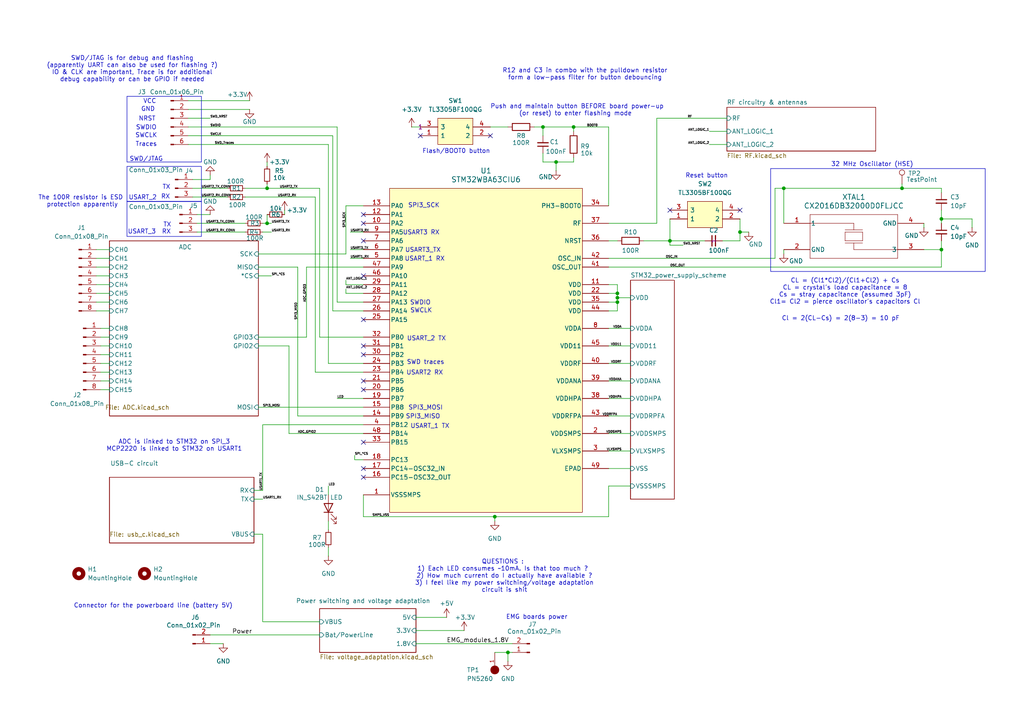
<source format=kicad_sch>
(kicad_sch (version 20250114) (generator "eeschema") (generator_version "9.0")
  (paper "A4")
  (title_block (title "EMG signal processing board") (company "N-Pulse") (comment 1 "Julien Thévenoz"))
  (lib_symbols
    (symbol "CX2016DB32000D0FLJCC:CX2016DB32000D0FLJCC" (pin_names (offset 0.254))
      (property "Reference" "XTAL" (at 20.32 7.62 0))
      (property "Value" "CX2016DB32000D0FLJCC" (at 20.32 5.08 0))
      (symbol "CX2016DB32000D0FLJCC_0_1"
        (pin unspecified line (at 0 0 0) (length 7.62) (name "1") (number "1"))
        (pin power_out line (at 0 -7.62 0) (length 7.62) (name "GND") (number "2"))
        (pin power_out line (at 40.64 0 180) (length 7.62) (name "GND") (number "4"))
        (pin unspecified line (at 40.64 -7.62 180) (length 7.62) (name "3") (number "3"))
      )
    )
    (symbol "Connector:Conn_01x02_Pin" (pin_names (offset 1.016) (hide yes))
      (property "Reference" "J" (at 0 2.54 0))
      (property "Value" "Conn_01x02_Pin" (at 0 -5.08 0))
      (symbol "Conn_01x02_Pin_1_1"
        (pin passive line (at 5.08 0 180) (length 3.81) (name "Pin_1") (number "1"))
        (pin passive line (at 5.08 -2.54 180) (length 3.81) (name "Pin_2") (number "2"))
      )
    )
    (symbol "Connector:Conn_01x03_Pin" (pin_names (offset 1.016) (hide yes))
      (property "Reference" "J" (at 0 5.08 0))
      (property "Value" "Conn_01x03_Pin" (at 0 -5.08 0))
      (symbol "Conn_01x03_Pin_1_1"
        (pin passive line (at 5.08 2.54 180) (length 3.81) (name "Pin_1") (number "1"))
        (pin passive line (at 5.08 0 180) (length 3.81) (name "Pin_2") (number "2"))
        (pin passive line (at 5.08 -2.54 180) (length 3.81) (name "Pin_3") (number "3"))
      )
    )
    (symbol "Connector:Conn_01x06_Pin" (pin_names (offset 1.016) (hide yes))
      (property "Reference" "J" (at 0 7.62 0))
      (property "Value" "Conn_01x06_Pin" (at 0 -10.16 0))
      (symbol "Conn_01x06_Pin_1_1"
        (pin passive line (at 5.08 5.08 180) (length 3.81) (name "Pin_1") (number "1"))
        (pin passive line (at 5.08 2.54 180) (length 3.81) (name "Pin_2") (number "2"))
        (pin passive line (at 5.08 0 180) (length 3.81) (name "Pin_3") (number "3"))
        (pin passive line (at 5.08 -2.54 180) (length 3.81) (name "Pin_4") (number "4"))
        (pin passive line (at 5.08 -5.08 180) (length 3.81) (name "Pin_5") (number "5"))
        (pin passive line (at 5.08 -7.62 180) (length 3.81) (name "Pin_6") (number "6"))
      )
    )
    (symbol "Connector:Conn_01x08_Pin" (pin_names (offset 1.016) (hide yes))
      (property "Reference" "J" (at 0 10.16 0))
      (property "Value" "Conn_01x08_Pin" (at 0 -12.7 0))
      (symbol "Conn_01x08_Pin_1_1"
        (pin passive line (at 5.08 7.62 180) (length 3.81) (name "Pin_1") (number "1"))
        (pin passive line (at 5.08 5.08 180) (length 3.81) (name "Pin_2") (number "2"))
        (pin passive line (at 5.08 2.54 180) (length 3.81) (name "Pin_3") (number "3"))
        (pin passive line (at 5.08 0 180) (length 3.81) (name "Pin_4") (number "4"))
        (pin passive line (at 5.08 -2.54 180) (length 3.81) (name "Pin_5") (number "5"))
        (pin passive line (at 5.08 -5.08 180) (length 3.81) (name "Pin_6") (number "6"))
        (pin passive line (at 5.08 -7.62 180) (length 3.81) (name "Pin_7") (number "7"))
        (pin passive line (at 5.08 -10.16 180) (length 3.81) (name "Pin_8") (number "8"))
      )
    )
    (symbol "Connector:TestPoint" (pin_numbers (hide yes)) (pin_names (offset 0.762) (hide yes))
      (property "Reference" "TP" (at 0 6.858 0))
      (property "Value" "TestPoint" (at 0 5.08 0))
      (symbol "TestPoint_1_1"
        (pin passive line (at 0 0 90) (length 2.54) (name "1") (number "1"))
      )
    )
    (symbol "Device:C_Small" (pin_numbers (hide yes)) (pin_names (offset 0.254) (hide yes))
      (property "Reference" "C" (at 0.254 1.778 0))
      (property "Value" "C_Small" (at 0.254 -2.032 0))
      (symbol "C_Small_1_1"
        (pin passive line (at 0 2.54 270) (length 2.032) (name "~") (number "1"))
        (pin passive line (at 0 -2.54 90) (length 2.032) (name "~") (number "2"))
      )
    )
    (symbol "Device:LED" (pin_numbers (hide yes)) (pin_names (offset 1.016) (hide yes))
      (property "Reference" "D" (at 0 2.54 0))
      (property "Value" "LED" (at 0 -2.54 0))
      (symbol "LED_1_1"
        (pin passive line (at -3.81 0 0) (length 2.54) (name "K") (number "1"))
        (pin passive line (at 3.81 0 180) (length 2.54) (name "A") (number "2"))
      )
    )
    (symbol "Device:R" (pin_numbers (hide yes)) (pin_names (offset 0))
      (property "Reference" "R" (at 2.032 0 90))
      (property "Value" "R" (at 0 0 90))
      (symbol "R_1_1"
        (pin passive line (at 0 3.81 270) (length 1.27) (name "~") (number "1"))
        (pin passive line (at 0 -3.81 90) (length 1.27) (name "~") (number "2"))
      )
    )
    (symbol "Device:R_Small" (pin_numbers (hide yes)) (pin_names (offset 0.254) (hide yes))
      (property "Reference" "R" (at 0.762 0.508 0))
      (property "Value" "R_Small" (at 0.762 -1.016 0))
      (symbol "R_Small_1_1"
        (pin passive line (at 0 2.54 270) (length 0.762) (name "~") (number "1"))
        (pin passive line (at 0 -2.54 90) (length 0.762) (name "~") (number "2"))
      )
    )
    (symbol "Mechanical:MountingHole" (pin_names (offset 1.016)) (exclude_from_sim yes) (in_bom no)
      (property "Reference" "H" (at 0 5.08 0))
      (property "Value" "MountingHole" (at 0 3.175 0))
    )
    (symbol "PN5260:5260" (pin_names (offset 1.016))
      (property "Reference" "TP" (at -2.5444 2.5415 0))
      (property "Value" "5260" (at -2.55 -5.0866 0))
      (symbol "5260_0_0"
        (pin passive line (at -5.08 0 0) (length 5.08) (name "~") (number "1"))
      )
    )
    (symbol "STM32WBA63CI:STM32WBA63CIU6" (pin_names (offset 0.254))
      (property "Reference" "U1" (at 35.56 10.16 0))
      (property "Value" "STM32WBA63CIU6" (at 35.56 7.62 0))
      (symbol "STM32WBA63CIU6_0_1"
        (pin bidirectional line (at 0 0 0) (length 7.62) (name "PA0") (number "13"))
        (pin bidirectional line (at 0 -2.54 0) (length 7.62) (name "PA1") (number "12"))
        (pin bidirectional line (at 0 -5.08 0) (length 7.62) (name "PA2") (number "10"))
        (pin bidirectional line (at 0 -7.62 0) (length 7.62) (name "PA5") (number "9"))
        (pin bidirectional line (at 0 -10.16 0) (length 7.62) (name "PA6") (number "7"))
        (pin bidirectional line (at 0 -12.7 0) (length 7.62) (name "PA7") (number "6"))
        (pin bidirectional line (at 0 -15.24 0) (length 7.62) (name "PA8") (number "5"))
        (pin bidirectional line (at 0 -17.78 0) (length 7.62) (name "PA9") (number "47"))
        (pin bidirectional line (at 0 -20.32 0) (length 7.62) (name "PA10") (number "46"))
        (pin bidirectional line (at 0 -22.86 0) (length 7.62) (name "PA11") (number "29"))
        (pin bidirectional line (at 0 -25.4 0) (length 7.62) (name "PA12") (number "28"))
        (pin bidirectional line (at 0 -27.94 0) (length 7.62) (name "PA13") (number "27"))
        (pin bidirectional line (at 0 -30.48 0) (length 7.62) (name "PA14") (number "26"))
        (pin bidirectional line (at 0 -33.02 0) (length 7.62) (name "PA15") (number "25"))
        (pin bidirectional line (at 0 -38.1 0) (length 7.62) (name "PB0") (number "32"))
        (pin bidirectional line (at 0 -40.64 0) (length 7.62) (name "PB1") (number "31"))
        (pin bidirectional line (at 0 -43.18 0) (length 7.62) (name "PB2") (number "30"))
        (pin bidirectional line (at 0 -45.72 0) (length 7.62) (name "PB3") (number "24"))
        (pin bidirectional line (at 0 -48.26 0) (length 7.62) (name "PB4") (number "23"))
        (pin bidirectional line (at 0 -50.8 0) (length 7.62) (name "PB5") (number "21"))
        (pin bidirectional line (at 0 -53.34 0) (length 7.62) (name "PB6") (number "20"))
        (pin bidirectional line (at 0 -55.88 0) (length 7.62) (name "PB7") (number "19"))
        (pin bidirectional line (at 0 -58.42 0) (length 7.62) (name "PB8") (number "15"))
        (pin bidirectional line (at 0 -60.96 0) (length 7.62) (name "PB9") (number "14"))
        (pin bidirectional line (at 0 -63.5 0) (length 7.62) (name "PB12") (number "4"))
        (pin bidirectional line (at 0 -66.04 0) (length 7.62) (name "PB14") (number "48"))
        (pin bidirectional line (at 0 -68.58 0) (length 7.62) (name "PB15") (number "33"))
        (pin bidirectional line (at 0 -73.66 0) (length 7.62) (name "PC13") (number "18"))
        (pin bidirectional line (at 0 -76.2 0) (length 7.62) (name "PC14-OSC32_IN") (number "17"))
        (pin bidirectional line (at 0 -78.74 0) (length 7.62) (name "PC15-OSC32_OUT") (number "16"))
        (pin power_in line (at 0 -83.82 0) (length 7.62) (name "VSSSMPS") (number "1"))
        (pin bidirectional line (at 71.12 0 180) (length 7.62) (name "PH3-BOOT0") (number "34"))
        (pin bidirectional line (at 71.12 -5.08 180) (length 7.62) (name "RF") (number "37"))
        (pin bidirectional line (at 71.12 -10.16 180) (length 7.62) (name "NRST") (number "36"))
        (pin input line (at 71.12 -15.24 180) (length 7.62) (name "OSC_IN") (number "42"))
        (pin output line (at 71.12 -17.78 180) (length 7.62) (name "OSC_OUT") (number "41"))
        (pin power_in line (at 71.12 -22.86 180) (length 7.62) (name "VDD") (number "11"))
        (pin power_in line (at 71.12 -25.4 180) (length 7.62) (name "VDD") (number "22"))
        (pin power_in line (at 71.12 -27.94 180) (length 7.62) (name "VDD") (number "35"))
        (pin power_in line (at 71.12 -30.48 180) (length 7.62) (name "VDD") (number "44"))
        (pin power_in line (at 71.12 -35.56 180) (length 7.62) (name "VDDA") (number "8"))
        (pin power_in line (at 71.12 -40.64 180) (length 7.62) (name "VDD11") (number "45"))
        (pin power_in line (at 71.12 -45.72 180) (length 7.62) (name "VDDRF") (number "40"))
        (pin power_in line (at 71.12 -50.8 180) (length 7.62) (name "VDDANA") (number "39"))
        (pin power_in line (at 71.12 -55.88 180) (length 7.62) (name "VDDHPA") (number "38"))
        (pin power_in line (at 71.12 -60.96 180) (length 7.62) (name "VDDRFPA") (number "43"))
        (pin power_in line (at 71.12 -66.04 180) (length 7.62) (name "VDDSMPS") (number "2"))
        (pin power_in line (at 71.12 -71.12 180) (length 7.62) (name "VLXSMPS") (number "3"))
        (pin unspecified line (at 71.12 -76.2 180) (length 7.62) (name "EPAD") (number "49"))
      )
    )
    (symbol "TL3305BF100QG:TL3305BF100QG" (pin_names (offset 0.762))
      (property "Reference" "SW2" (at 10.16 7.62 0))
      (property "Value" "TL3305BF100QG" (at 10.16 5.08 0))
      (symbol "TL3305BF100QG_0_0"
        (pin passive line (at 0 0 0) (length 5.08) (name "3") (number "3"))
        (pin passive line (at 0 -2.54 0) (length 5.08) (name "1") (number "1"))
        (pin passive line (at 20.32 0 180) (length 5.08) (name "4") (number "4"))
        (pin passive line (at 20.32 -2.54 180) (length 5.08) (name "2") (number "2"))
      )
    )
    (symbol "TL3305BF100QG_1" (pin_names (offset 0.762))
      (property "Reference" "SW1" (at 10.16 7.62 0))
      (property "Value" "TL3305BF100QG" (at 10.16 5.08 0))
      (symbol "TL3305BF100QG_1_0_0"
        (pin passive line (at 0 0 0) (length 5.08) (name "3") (number "3"))
        (pin passive line (at 0 -2.54 0) (length 5.08) (name "1") (number "1"))
        (pin passive line (at 20.32 0 180) (length 5.08) (name "4") (number "4"))
        (pin passive line (at 20.32 -2.54 180) (length 5.08) (name "2") (number "2"))
      )
    )
    (symbol "power:+3.3V" (power) (pin_numbers (hide yes)) (pin_names (offset 0) (hide yes))
      (property "Value" "+3.3V" (at 0 3.556 0))
      (symbol "+3.3V_1_1"
        (pin power_in line (at 0 0 90) (length 0) (name "~") (number "1"))
      )
    )
    (symbol "power:+5V" (power) (pin_numbers (hide yes)) (pin_names (offset 0) (hide yes))
      (property "Value" "+5V" (at 0 3.556 0))
      (symbol "+5V_1_1"
        (pin power_in line (at 0 0 90) (length 0) (name "~") (number "1"))
      )
    )
    (symbol "power:GND" (power) (pin_numbers (hide yes)) (pin_names (offset 0) (hide yes))
      (property "Value" "GND" (at 0 -3.81 0))
      (symbol "GND_1_1"
        (pin power_in line (at 0 0 270) (length 0) (name "~") (number "1"))
      )
    )
  )
  (text "USART_1 TX" (at 124.714 123.698 0) (effects (font (size 1.27 1.27))))
  (text "SWD/JTAG is for debug and flashing\n(apparently UART can also be used for flashing ?)\nIO & CLK are important, Trace is for additional\ndebug capability or can be GPIO if needed\n" (at 38.354 20.066 0) (effects (font (size 1.27 1.27))))
  (text "RX\n" (at 48.26 67.31 0) (effects (font (size 1.27 1.27))))
  (text "SWD/JTAG" (at 42.418 46.228 0) (effects (font (size 1.27 1.27))))
  (text "VCC\n" (at 43.434 29.464 0) (effects (font (size 1.27 1.27))))
  (text "USART3 RX" (at 122.174 67.564 0) (effects (font (size 1.27 1.27))))
  (text "SPI3_MISO" (at 122.682 120.904 0) (effects (font (size 1.27 1.27))))
  (text "The 100R resistor is ESD \nprotection apparently" (at 23.876 58.42 0) (effects (font (size 1.27 1.27))))
  (text "Reset button\n" (at 204.978 51.054 0) (effects (font (size 1.27 1.27))))
  (text "32 MHz Oscillator (HSE)\n" (at 252.984 47.752 0) (effects (font (size 1.27 1.27))))
  (text "SWCLK" (at 122.174 90.17 0) (effects (font (size 1.27 1.27))))
  (text "SPI3_MOSI" (at 123.444 118.364 0) (effects (font (size 1.27 1.27))))
  (text "EMG boards power\n\n" (at 155.702 180.086 0) (effects (font (size 1.27 1.27))))
  (text "SPI3_SCK" (at 122.936 59.69 0) (effects (font (size 1.27 1.27))))
  (text "Flash/BOOT0 button" (at 132.334 43.942 0) (effects (font (size 1.27 1.27))))
  (text "CL = (Cl1*Cl2)/(Cl1+Cl2) + Cs\nCL = crystal's load capacitance = 8\nCs = stray capacitance (assumed 3pF)\nCl1= Cl2 = pierce oscillator's capacitors Cl" (at 245.11 84.582 0) (effects (font (size 1.27 1.27))))
  (text "TX\n" (at 48.514 65.278 0) (effects (font (size 1.27 1.27))))
  (text "Push and maintain button BEFORE board power-up\n(or reset) to enter flashing mode " (at 167.386 32.004 0) (effects (font (size 1.27 1.27))))
  (text "NRST" (at 42.672 34.544 0) (effects (font (size 1.27 1.27))))
  (text "SWDIO" (at 121.92 87.884 0) (effects (font (size 1.27 1.27))))
  (text "SWCLK" (at 42.418 39.37 0) (effects (font (size 1.27 1.27))))
  (text "ADC is linked to STM32 on SPI_3\nMCP2220 is linked to STM32 on USART1\n" (at 50.546 129.286 0) (effects (font (size 1.27 1.27))))
  (text "RX\n" (at 48.006 57.15 0) (effects (font (size 1.27 1.27))))
  (text "USART_2 TX" (at 123.698 98.298 0) (effects (font (size 1.27 1.27))))
  (text "USART_2" (at 41.402 57.404 0) (effects (font (size 1.27 1.27))))
  (text "USART3_TX" (at 122.682 72.644 0) (effects (font (size 1.27 1.27))))
  (text "TX\n" (at 48.26 54.356 0) (effects (font (size 1.27 1.27))))
  (text "Traces" (at 42.418 41.91 0) (effects (font (size 1.27 1.27))))
  (text "USART_1 RX" (at 123.19 75.184 0) (effects (font (size 1.27 1.27))))
  (text "USART_3\n" (at 41.148 67.31 0) (effects (font (size 1.27 1.27))))
  (text "SWDIO" (at 42.418 37.084 0) (effects (font (size 1.27 1.27))))
  (text "QUESTIONS : \n1) Each LED consumes ~10mA. Is that too much ? \n2) How much current do I actually have available ?\n3) I feel like my power switching/voltage adaptation\ncircuit is shit\n" (at 146.304 167.132 0) (effects (font (size 1.27 1.27))))
  (text "USART2 RX" (at 123.19 108.204 0) (effects (font (size 1.27 1.27))))
  (text "Cl = 2(CL-Cs) = 2(8-3) = 10 pF" (at 243.84 92.456 0) (effects (font (size 1.27 1.27))))
  (text "GND\n" (at 42.926 31.75 0) (effects (font (size 1.27 1.27))))
  (text "R12 and C3 in combo with the pulldown resistor\nform a low-pass filter for button debouncing" (at 169.672 21.59 0) (effects (font (size 1.27 1.27))))
  (text "Connector for the powerboard line (battery 5V)\n" (at 44.45 175.768 0) (effects (font (size 1.27 1.27))))
  (text "SWD traces\n" (at 123.444 105.156 0) (effects (font (size 1.27 1.27))))
  (text_box "" (at 36.83 58.42 0) (size 21.59 10.16) (margins 0.9525 0.9525 0.9525 0.9525) (effects (font (size 1.27 1.27)) (justify left top)))
  (text_box "" (at 36.83 27.94 0) (size 21.59 19.05) (margins 0.9525 0.9525 0.9525 0.9525) (effects (font (size 1.27 1.27)) (justify left top)))
  (text_box "" (at 223.52 48.895 0) (size 62.23 29.845) (margins 0.9525 0.9525 0.9525 0.9525) (effects (font (size 1.27 1.27)) (justify left top)))
  (text_box "" (at 36.83 48.26 0) (size 21.59 10.16) (margins 0.9525 0.9525 0.9525 0.9525) (effects (font (size 1.27 1.27)) (justify left top)))
  (junction (at 273.05 63.5))
  (junction (at 161.29 46.99))
  (junction (at 179.07 87.63))
  (junction (at 179.07 85.09))
  (junction (at 77.47 64.77))
  (junction (at 261.62 54.61))
  (junction (at 77.47 54.61))
  (junction (at 147.32 189.23))
  (junction (at 166.37 36.83))
  (junction (at 179.07 86.36))
  (junction (at 214.63 67.31))
  (junction (at 227.33 54.61))
  (junction (at 143.51 149.86))
  (junction (at 273.05 72.39))
  (junction (at 194.31 69.85))
  (junction (at 157.48 36.83))
  (no_connect (at 105.41 64.77))
  (no_connect (at 105.41 128.27))
  (no_connect (at 105.41 110.49))
  (no_connect (at 105.41 138.43))
  (no_connect (at 105.41 135.89))
  (no_connect (at 105.41 92.71))
  (no_connect (at 194.31 60.96))
  (no_connect (at 142.24 39.37))
  (no_connect (at 121.92 39.37))
  (no_connect (at 105.41 80.01))
  (no_connect (at 105.41 69.85))
  (no_connect (at 105.41 102.87))
  (no_connect (at 105.41 62.23))
  (no_connect (at 105.41 113.03))
  (no_connect (at 214.63 60.96))
  (no_connect (at 105.41 100.33))
  (wire (pts (xy 76.2 154.94) (xy 73.66 154.94)))
  (wire (pts (xy 73.66 144.78) (xy 76.2 144.78)))
  (wire (pts (xy 176.53 82.55) (xy 179.07 82.55)))
  (wire (pts (xy 176.53 36.83) (xy 176.53 59.69)))
  (wire (pts (xy 179.07 86.36) (xy 179.07 87.63)))
  (wire (pts (xy 105.41 87.63) (xy 97.79 87.63)))
  (wire (pts (xy 71.12 57.15) (xy 91.44 57.15)))
  (wire (pts (xy 157.48 36.83) (xy 166.37 36.83)))
  (wire (pts (xy 71.12 54.61) (xy 77.47 54.61)))
  (wire (pts (xy 54.61 36.83) (xy 97.79 36.83)))
  (wire (pts (xy 120.65 186.69) (xy 148.59 186.69)))
  (wire (pts (xy 157.48 44.45) (xy 157.48 46.99)))
  (wire (pts (xy 97.79 87.63) (xy 97.79 36.83)))
  (wire (pts (xy 227.33 64.77) (xy 227.33 54.61)))
  (wire (pts (xy 60.96 186.69) (xy 64.77 186.69)))
  (wire (pts (xy 154.94 36.83) (xy 157.48 36.83)))
  (wire (pts (xy 76.2 154.94) (xy 76.2 180.34)))
  (wire (pts (xy 91.44 57.15) (xy 91.44 107.95)))
  (wire (pts (xy 190.5 64.77) (xy 190.5 34.29)))
  (wire (pts (xy 55.88 54.61) (xy 66.04 54.61)))
  (wire (pts (xy 100.33 81.28) (xy 100.33 82.55)))
  (wire (pts (xy 186.69 69.85) (xy 194.31 69.85)))
  (wire (pts (xy 261.62 54.61) (xy 273.05 54.61)))
  (wire (pts (xy 119.38 36.83) (xy 121.92 36.83)))
  (wire (pts (xy 147.32 191.77) (xy 147.32 189.23)))
  (wire (pts (xy 86.36 77.47) (xy 86.36 120.65)))
  (wire (pts (xy 77.47 64.77) (xy 78.74 64.77)))
  (wire (pts (xy 82.55 60.96) (xy 82.55 62.23)))
  (wire (pts (xy 83.82 100.33) (xy 74.93 100.33)))
  (wire (pts (xy 29.21 107.95) (xy 31.75 107.95)))
  (wire (pts (xy 190.5 34.29) (xy 210.82 34.29)))
  (wire (pts (xy 27.94 72.39) (xy 31.75 72.39)))
  (wire (pts (xy 176.53 64.77) (xy 190.5 64.77)))
  (wire (pts (xy 267.97 72.39) (xy 273.05 72.39)))
  (wire (pts (xy 147.32 189.23) (xy 148.59 189.23)))
  (wire (pts (xy 74.93 97.79) (xy 88.9 97.79)))
  (wire (pts (xy 176.53 110.49) (xy 182.88 110.49)))
  (wire (pts (xy 166.37 45.72) (xy 166.37 46.99)))
  (wire (pts (xy 166.37 36.83) (xy 166.37 38.1)))
  (wire (pts (xy 60.96 52.07) (xy 55.88 52.07)))
  (wire (pts (xy 273.05 54.61) (xy 273.05 55.88)))
  (wire (pts (xy 281.94 63.5) (xy 281.94 66.04)))
  (wire (pts (xy 176.53 115.57) (xy 182.88 115.57)))
  (wire (pts (xy 179.07 85.09) (xy 176.53 85.09)))
  (wire (pts (xy 100.33 83.82) (xy 100.33 85.09)))
  (wire (pts (xy 176.53 105.41) (xy 182.88 105.41)))
  (wire (pts (xy 176.53 140.97) (xy 182.88 140.97)))
  (wire (pts (xy 57.15 64.77) (xy 71.12 64.77)))
  (wire (pts (xy 105.41 149.86) (xy 105.41 143.51)))
  (wire (pts (xy 142.24 36.83) (xy 147.32 36.83)))
  (wire (pts (xy 29.21 95.25) (xy 31.75 95.25)))
  (wire (pts (xy 100.33 82.55) (xy 105.41 82.55)))
  (wire (pts (xy 77.47 62.23) (xy 77.47 64.77)))
  (wire (pts (xy 54.61 39.37) (xy 96.52 39.37)))
  (wire (pts (xy 95.25 105.41) (xy 105.41 105.41)))
  (wire (pts (xy 120.65 182.88) (xy 134.62 182.88)))
  (wire (pts (xy 74.93 77.47) (xy 86.36 77.47)))
  (wire (pts (xy 95.25 140.97) (xy 95.25 143.51)))
  (wire (pts (xy 179.07 87.63) (xy 176.53 87.63)))
  (wire (pts (xy 55.88 57.15) (xy 66.04 57.15)))
  (wire (pts (xy 76.2 123.19) (xy 76.2 142.24)))
  (wire (pts (xy 179.07 86.36) (xy 179.07 85.09)))
  (wire (pts (xy 101.6 67.31) (xy 105.41 67.31)))
  (wire (pts (xy 214.63 67.31) (xy 217.17 67.31)))
  (wire (pts (xy 214.63 63.5) (xy 214.63 67.31)))
  (wire (pts (xy 88.9 77.47) (xy 88.9 97.79)))
  (wire (pts (xy 176.53 74.93) (xy 224.79 74.93)))
  (wire (pts (xy 157.48 46.99) (xy 161.29 46.99)))
  (wire (pts (xy 29.21 97.79) (xy 31.75 97.79)))
  (wire (pts (xy 60.96 50.8) (xy 60.96 52.07)))
  (wire (pts (xy 176.53 100.33) (xy 182.88 100.33)))
  (wire (pts (xy 176.53 95.25) (xy 182.88 95.25)))
  (wire (pts (xy 96.52 90.17) (xy 105.41 90.17)))
  (wire (pts (xy 205.74 41.91) (xy 210.82 41.91)))
  (wire (pts (xy 161.29 46.99) (xy 161.29 49.53)))
  (wire (pts (xy 76.2 64.77) (xy 77.47 64.77)))
  (wire (pts (xy 176.53 149.86) (xy 176.53 140.97)))
  (wire (pts (xy 105.41 77.47) (xy 88.9 77.47)))
  (wire (pts (xy 77.47 54.61) (xy 92.71 54.61)))
  (wire (pts (xy 267.97 64.77) (xy 267.97 66.04)))
  (wire (pts (xy 205.74 38.1) (xy 210.82 38.1)))
  (wire (pts (xy 100.33 59.69) (xy 105.41 59.69)))
  (wire (pts (xy 105.41 123.19) (xy 76.2 123.19)))
  (wire (pts (xy 161.29 46.99) (xy 166.37 46.99)))
  (wire (pts (xy 95.25 151.13) (xy 95.25 153.67)))
  (wire (pts (xy 100.33 59.69) (xy 100.33 73.66)))
  (wire (pts (xy 74.93 73.66) (xy 100.33 73.66)))
  (wire (pts (xy 194.31 71.12) (xy 198.12 71.12)))
  (wire (pts (xy 120.65 179.07) (xy 129.54 179.07)))
  (wire (pts (xy 97.79 115.57) (xy 105.41 115.57)))
  (wire (pts (xy 27.94 80.01) (xy 31.75 80.01)))
  (wire (pts (xy 83.82 125.73) (xy 105.41 125.73)))
  (wire (pts (xy 29.21 102.87) (xy 31.75 102.87)))
  (wire (pts (xy 143.51 189.23) (xy 147.32 189.23)))
  (wire (pts (xy 273.05 60.96) (xy 273.05 63.5)))
  (wire (pts (xy 101.6 74.93) (xy 105.41 74.93)))
  (wire (pts (xy 83.82 100.33) (xy 83.82 125.73)))
  (wire (pts (xy 60.96 184.15) (xy 92.71 184.15)))
  (wire (pts (xy 54.61 41.91) (xy 95.25 41.91)))
  (wire (pts (xy 95.25 41.91) (xy 95.25 105.41)))
  (wire (pts (xy 76.2 180.34) (xy 92.71 180.34)))
  (wire (pts (xy 261.62 53.34) (xy 261.62 54.61)))
  (wire (pts (xy 100.33 85.09) (xy 105.41 85.09)))
  (wire (pts (xy 176.53 69.85) (xy 179.07 69.85)))
  (wire (pts (xy 57.15 67.31) (xy 71.12 67.31)))
  (wire (pts (xy 176.53 77.47) (xy 273.05 77.47)))
  (wire (pts (xy 77.47 46.99) (xy 77.47 48.26)))
  (wire (pts (xy 194.31 69.85) (xy 204.47 69.85)))
  (wire (pts (xy 74.93 118.11) (xy 105.41 118.11)))
  (wire (pts (xy 179.07 87.63) (xy 179.07 90.17)))
  (wire (pts (xy 166.37 36.83) (xy 176.53 36.83)))
  (wire (pts (xy 273.05 77.47) (xy 273.05 72.39)))
  (wire (pts (xy 176.53 130.81) (xy 182.88 130.81)))
  (wire (pts (xy 273.05 63.5) (xy 273.05 64.77)))
  (wire (pts (xy 77.47 53.34) (xy 77.47 54.61)))
  (wire (pts (xy 194.31 69.85) (xy 194.31 63.5)))
  (wire (pts (xy 176.53 135.89) (xy 182.88 135.89)))
  (wire (pts (xy 54.61 31.75) (xy 72.39 31.75)))
  (wire (pts (xy 27.94 74.93) (xy 31.75 74.93)))
  (wire (pts (xy 101.6 72.39) (xy 105.41 72.39)))
  (wire (pts (xy 281.94 63.5) (xy 273.05 63.5)))
  (wire (pts (xy 105.41 149.86) (xy 143.51 149.86)))
  (wire (pts (xy 143.51 149.86) (xy 176.53 149.86)))
  (wire (pts (xy 54.61 29.21) (xy 72.39 29.21)))
  (wire (pts (xy 73.66 142.24) (xy 76.2 142.24)))
  (wire (pts (xy 273.05 69.85) (xy 273.05 72.39)))
  (wire (pts (xy 227.33 54.61) (xy 261.62 54.61)))
  (wire (pts (xy 182.88 86.36) (xy 179.07 86.36)))
  (wire (pts (xy 224.79 54.61) (xy 227.33 54.61)))
  (wire (pts (xy 54.61 34.29) (xy 60.96 34.29)))
  (wire (pts (xy 105.41 120.65) (xy 86.36 120.65)))
  (wire (pts (xy 74.93 80.01) (xy 78.74 80.01)))
  (wire (pts (xy 176.53 120.65) (xy 182.88 120.65)))
  (wire (pts (xy 76.2 67.31) (xy 78.74 67.31)))
  (wire (pts (xy 179.07 82.55) (xy 179.07 85.09)))
  (wire (pts (xy 176.53 125.73) (xy 182.88 125.73)))
  (wire (pts (xy 27.94 90.17) (xy 31.75 90.17)))
  (wire (pts (xy 102.87 133.35) (xy 102.87 132.08)))
  (wire (pts (xy 179.07 90.17) (xy 176.53 90.17)))
  (wire (pts (xy 105.41 133.35) (xy 102.87 133.35)))
  (wire (pts (xy 57.15 62.23) (xy 60.96 62.23)))
  (wire (pts (xy 27.94 87.63) (xy 31.75 87.63)))
  (wire (pts (xy 95.25 158.75) (xy 95.25 161.29)))
  (wire (pts (xy 209.55 69.85) (xy 214.63 69.85)))
  (wire (pts (xy 214.63 67.31) (xy 214.63 69.85)))
  (wire (pts (xy 96.52 39.37) (xy 96.52 90.17)))
  (wire (pts (xy 224.79 54.61) (xy 224.79 74.93)))
  (wire (pts (xy 92.71 54.61) (xy 92.71 97.79)))
  (wire (pts (xy 27.94 77.47) (xy 31.75 77.47)))
  (wire (pts (xy 91.44 107.95) (xy 105.41 107.95)))
  (wire (pts (xy 29.21 100.33) (xy 31.75 100.33)))
  (wire (pts (xy 143.51 151.13) (xy 143.51 149.86)))
  (wire (pts (xy 92.71 97.79) (xy 105.41 97.79)))
  (wire (pts (xy 27.94 82.55) (xy 31.75 82.55)))
  (wire (pts (xy 29.21 113.03) (xy 31.75 113.03)))
  (wire (pts (xy 157.48 39.37) (xy 157.48 36.83)))
  (wire (pts (xy 29.21 105.41) (xy 31.75 105.41)))
  (wire (pts (xy 29.21 110.49) (xy 31.75 110.49)))
  (wire (pts (xy 194.31 69.85) (xy 194.31 71.12)))
  (wire (pts (xy 27.94 85.09) (xy 31.75 85.09)))
  (wire (pts (xy 227.33 72.39) (xy 227.33 73.66)))
  (label "Power" (at 67.31 184.15 0))
  (label "USART2_RX" (at 80.5106 57.15 0) (effects (font (size 0.635 0.635))))
  (label "OSC_OUT" (at 194.31 77.47 0) (effects (font (size 0.635 0.635))))
  (label "USART2_RX_CONN" (at 58.42 57.15 0) (effects (font (size 0.635 0.635))))
  (label "SPI_*CS" (at 78.74 80.01 0) (effects (font (size 0.635 0.635))))
  (label "USART1_RX" (at 76.2 144.78 0) (effects (font (size 0.635 0.635))))
  (label "USART3_TX" (at 78.74 64.77 0) (effects (font (size 0.635 0.635))))
  (label "SWD_Traces" (at 62.23 41.91 0) (effects (font (size 0.635 0.635))))
  (label "SPI3_SCK" (at 100.33 66.04 90) (effects (font (size 0.635 0.635))))
  (label "USART1_TX" (at 76.2 142.24 90) (effects (font (size 0.635 0.635))))
  (label "OSC_IN" (at 193.04 74.93 0) (effects (font (size 0.635 0.635))))
  (label "VDDANA" (at 180.34 110.49 180) (effects (font (size 0.635 0.635))))
  (label "USART3_TX_CONN" (at 59.69 64.77 0) (effects (font (size 0.635 0.635))))
  (label "ANT_LOGIC_1" (at 100.33 81.28 0) (effects (font (size 0.635 0.635))))
  (label "USART3_RX" (at 101.6 67.31 0) (effects (font (size 0.635 0.635))))
  (label "ANT_LOGIC_2" (at 205.74 41.91 180) (effects (font (size 0.635 0.635))))
  (label "USART2_TX" (at 81.0838 54.61 0) (effects (font (size 0.635 0.635))))
  (label "BOOT0" (at 170.18 36.83 0) (effects (font (size 0.635 0.635))))
  (label "VDDHPA" (at 180.34 115.57 180) (effects (font (size 0.635 0.635))))
  (label "ANT_LOGIC_1" (at 205.74 38.1 180) (effects (font (size 0.635 0.635))))
  (label "VDDRF" (at 180.34 105.41 180) (effects (font (size 0.635 0.635))))
  (label "LED" (at 97.79 115.57 0) (effects (font (size 0.635 0.635))))
  (label "SWCLK" (at 60.96 39.37 0) (effects (font (size 0.635 0.635))))
  (label "USART1_RX" (at 101.6 74.93 0) (effects (font (size 0.635 0.635))))
  (label "VDDSMPS" (at 180.34 125.73 180) (effects (font (size 0.635 0.635))))
  (label "SPI_*CS" (at 102.87 132.08 0) (effects (font (size 0.635 0.635))))
  (label "SWD_NRST" (at 60.96 34.29 0) (effects (font (size 0.635 0.635))))
  (label "SPI3_MOSI" (at 76.2 118.11 0) (effects (font (size 0.635 0.635))))
  (label "VDDRFPA" (at 179.07 120.65 180) (effects (font (size 0.635 0.635))))
  (label "SMPS_VSS" (at 107.95 149.86 0) (effects (font (size 0.635 0.635))))
  (label "SPI3_MISO" (at 86.36 87.63 270) (effects (font (size 0.635 0.635))))
  (label "USART2_TX_CONN" (at 58.42 54.61 0) (effects (font (size 0.635 0.635))))
  (label "EMG_modules_1.8V" (at 129.54 186.69 0))
  (label "SWD_NRST" (at 198.12 71.12 0) (effects (font (size 0.635 0.635))))
  (label "ADC_GPIO2" (at 86.36 125.73 0) (effects (font (size 0.635 0.635))))
  (label "USART3_RX_CONN" (at 59.69 67.31 0) (effects (font (size 0.635 0.635))))
  (label "ANT_LOGIC_2" (at 100.33 83.82 0) (effects (font (size 0.635 0.635))))
  (label "LED" (at 95.25 140.97 0) (effects (font (size 0.635 0.635))))
  (label "ADC_GPIO3" (at 88.9 87.63 90) (effects (font (size 0.635 0.635))))
  (label "VDDA" (at 180.34 95.25 180) (effects (font (size 0.635 0.635))))
  (label "VDD11" (at 180.34 100.33 180) (effects (font (size 0.635 0.635))))
  (label "USART3_RX" (at 78.74 67.31 0) (effects (font (size 0.635 0.635))))
  (label "RF" (at 199.39 34.29 0) (effects (font (size 0.635 0.635))))
  (label "VLXSMPS" (at 180.34 130.81 180) (effects (font (size 0.635 0.635))))
  (label "SWDIO" (at 60.96 36.83 0) (effects (font (size 0.635 0.635))))
  (label "USART3_TX" (at 101.6 72.39 0) (effects (font (size 0.635 0.635))))
  (symbol (lib_id "PN5260:5260") (at 143.51 194.31 270) (unit 1)
    (property "Reference" "TP1" (at 135.382 194.31 90) (effects (justify left)))
    (property "Value" "PN5260" (at 135.382 196.85 90) (effects (justify left)))
    (property "Footprint" "PN5260:PN5260" (effects (hide yes)))
    (property "STANDARD" "Manufacturer Recommendations" (effects (hide yes)))
    (property "SNAPEDA_PN" "5260" (effects (hide yes)))
    (property "MAXIMUM_PACKAGE_HEIGHT" "4.57mm" (effects (hide yes)))
    (property "MANUFACTURER" "Keystone" (effects (hide yes)))
    (property "Link" "https://www.mouser.ch/ProductDetail/Keystone-Electronics/5260?qs=W%2FMpXkg%252BdQ5ZyD03UfNp6A%3D%3D" (effects (hide yes)))
    (property "Manufacturer_Part_Number" "5260" (effects (hide yes)))
    (property "Panier" "1" (effects (hide yes)))
  )
  (symbol (lib_id "power:GND") (at 60.96 50.8 180) (unit 1)
    (property "Reference" "#PWR01" (effects (hide yes)))
    (property "Value" "GND" (at 60.96 46.99 0))
    (property "Description" "Power symbol creates a global label with name \"GND\" , ground" (effects (hide yes)))
  )
  (symbol (lib_id "Device:R_Small") (at 68.58 54.61 90) (unit 1)
    (property "Reference" "R1" (at 68.58 54.61 90))
    (property "Value" "100R" (at 68.326 52.578 90))
    (property "Footprint" "Resistor_SMD:R_0402_1005Metric" (effects (hide yes)))
    (property "Description" "Resistor, small symbol" (effects (hide yes)))
    (property "Link" "https://www.mouser.ch/ProductDetail/KOA-Speer/RK73B1ETTPD101J?qs=7ZBenkSduJQ3N2lLjwh2jA%3D%3D" (effects (hide yes)))
    (property "Panier" "1" (effects (hide yes)))
    (property "MANUFACTURER" "KOA Speer" (effects (hide yes)))
    (property "Manufacturer_Part_Number" "RK73B1ETTPD101J" (effects (hide yes)))
  )
  (symbol (lib_id "power:GND") (at 64.77 186.69 0) (unit 1)
    (property "Reference" "#PWR03" (effects (hide yes)))
    (property "Value" "GND" (at 64.77 191.77 0))
    (property "Description" "Power symbol creates a global label with name \"GND\" , ground" (effects (hide yes)))
  )
  (symbol (lib_id "Device:C_Small") (at 207.01 69.85 90) (unit 1)
    (property "Reference" "C2" (at 207.01 66.802 90))
    (property "Value" "100nF" (at 208.534 72.644 90))
    (property "Footprint" "Capacitor_SMD:C_0402_1005Metric" (effects (hide yes)))
    (property "Description" "Unpolarized capacitor, small symbol" (effects (hide yes)))
    (property "Link" "https://www.mouser.ch/ProductDetail/Samsung-Electro-Mechanics/CL05B104KP5VPNC?qs=gqBM4hNBiUXTv%252BkFO9q2pQ%3D%3D" (effects (hide yes)))
    (property "MANUFACTURER" "Samsung Electro-Mechanics" (effects (hide yes)))
    (property "Manufacturer_Part_Number" "CL05B104KP5VPNC" (effects (hide yes)))
    (property "Panier" "1" (at 207.01 69.85 0))
  )
  (symbol (lib_id "power:GND") (at 60.96 62.23 180) (unit 1)
    (property "Reference" "#PWR02" (effects (hide yes)))
    (property "Value" "GND" (at 60.96 58.42 0))
    (property "Description" "Power symbol creates a global label with name \"GND\" , ground" (effects (hide yes)))
  )
  (symbol (lib_id "Connector:Conn_01x06_Pin") (at 49.53 34.29 0) (unit 1)
    (property "Reference" "J3" (at 41.148 26.67 0))
    (property "Value" "Conn_01x06_Pin" (at 51.308 26.67 0))
    (property "Footprint" "Connector_PinSocket_2.54mm:PinSocket_1x06_P2.54mm_Vertical" (effects (hide yes)))
    (property "Description" "Generic connector, single row, 01x06, script generated" (effects (hide yes)))
  )
  (symbol (lib_id "Connector:Conn_01x02_Pin") (at 55.88 186.69 0) (mirror x) (unit 1)
    (property "Reference" "J6" (at 56.642 179.07 0))
    (property "Value" "Conn_01x02_Pin" (at 56.134 181.356 0))
    (property "Footprint" "Connector_PinSocket_2.54mm:PinSocket_1x02_P2.54mm_Vertical" (effects (hide yes)))
    (property "Description" "Generic connector, single row, 01x02, script generated" (effects (hide yes)))
  )
  (symbol (lib_id "power:GND") (at 95.25 161.29 0) (unit 1)
    (property "Reference" "#PWR08" (effects (hide yes)))
    (property "Value" "GND" (at 95.25 166.37 0))
    (property "Description" "Power symbol creates a global label with name \"GND\" , ground" (effects (hide yes)))
  )
  (symbol (lib_id "STM32WBA63CI:STM32WBA63CIU6") (at 105.41 59.69 0) (unit 1)
    (property "Reference" "U1" (at 140.97 49.53 0) (effects (font (size 1.524 1.524))))
    (property "Value" "STM32WBA63CIU6" (at 140.97 52.07 0) (effects (font (size 1.524 1.524))))
    (property "Footprint" "SMT32WBA63:UFQFPN-48_STM" (effects (hide yes)))
    (property "Datasheet" "STM32WBA63CIU6" (effects (hide yes)))
    (property "Link" "https://www.mouser.ch/ProductDetail/STMicroelectronics/STM32WBA63CIU6?qs=a2MtRaTmNORvrgIwkIejkg%3D%3D" (effects (hide yes)))
    (property "MANUFACTURER" "STMicroelectronics" (effects (hide yes)))
    (property "Manufacturer_Part_Number" " STM32WBA63CIU6" (effects (hide yes)))
    (property "déjà" "1" (effects (hide yes)))
  )
  (symbol (lib_id "power:+3.3V") (at 82.55 60.96 0) (unit 1)
    (property "Reference" "#PWR07" (effects (hide yes)))
    (property "Value" "+3.3V" (at 86.106 60.96 0))
    (property "Description" "Power symbol creates a global label with name \"+3.3V\"" (effects (hide yes)))
  )
  (symbol (lib_id "Mechanical:MountingHole") (at 22.86 166.37 0) (unit 1) (exclude_from_sim yes) (in_bom no) (on_board no)
    (property "Reference" "H1" (at 25.4 165.0999 0) (effects (justify left)))
    (property "Value" "MountingHole" (at 25.4 167.6399 0) (effects (justify left)))
    (property "Footprint" "MountingHole:MountingHole_2.2mm_M2" (effects (hide yes)))
    (property "Description" "Mounting Hole without connection" (effects (hide yes)))
  )
  (symbol (lib_id "Device:R_Small") (at 68.58 57.15 90) (unit 1)
    (property "Reference" "R2" (at 68.58 57.15 90))
    (property "Value" "100R" (at 68.834 59.436 90))
    (property "Footprint" "Resistor_SMD:R_0402_1005Metric" (effects (hide yes)))
    (property "Description" "Resistor, small symbol" (effects (hide yes)))
    (property "Link" "https://www.mouser.ch/ProductDetail/KOA-Speer/RK73B1ETTPD101J?qs=7ZBenkSduJQ3N2lLjwh2jA%3D%3D" (effects (hide yes)))
    (property "Panier" "1" (effects (hide yes)))
    (property "MANUFACTURER" "KOA Speer" (effects (hide yes)))
    (property "Manufacturer_Part_Number" "RK73B1ETTPD101J" (effects (hide yes)))
  )
  (symbol (lib_id "Device:C_Small") (at 273.05 67.31 0) (unit 1)
    (property "Reference" "C4" (at 275.59 66.0462 0) (effects (justify left)))
    (property "Value" "10pF" (at 275.59 68.5862 0) (effects (justify left)))
    (property "Footprint" "Capacitor_SMD:C_0603_1608Metric" (effects (hide yes)))
    (property "Description" "Unpolarized capacitor, small symbol" (effects (hide yes)))
    (property "Link" "https://www.mouser.ch/ProductDetail/KYOCERA-AVX/0603ZC100KAT2A?qs=jGANiKWBgcibzoGXAkKY5Q%3D%3D" (effects (hide yes)))
    (property "MANUFACTURER" "KYOCERA AVX" (effects (hide yes)))
    (property "Manufacturer_Part_Number" "0603ZC100KAT2A" (effects (hide yes)))
    (property "Panier" "1" (effects (hide yes)))
  )
  (symbol (lib_id "Device:R") (at 151.13 36.83 270) (unit 1)
    (property "Reference" "R8" (at 151.13 39.37 90))
    (property "Value" "100R" (at 151.13 41.402 90))
    (property "Footprint" "Resistor_SMD:R_0402_1005Metric" (effects (hide yes)))
    (property "Description" "Resistor" (effects (hide yes)))
    (property "Link" "https://www.mouser.ch/ProductDetail/KOA-Speer/RK73B1ETTPD101J?qs=7ZBenkSduJQ3N2lLjwh2jA%3D%3D" (effects (hide yes)))
    (property "Panier" "1" (effects (hide yes)))
    (property "MANUFACTURER" "KOA Speer" (effects (hide yes)))
    (property "Manufacturer_Part_Number" "RK73B1ETTPD101J" (effects (hide yes)))
  )
  (symbol (lib_id "power:+3.3V") (at 119.38 36.83 0) (unit 1)
    (property "Reference" "#PWR09" (effects (hide yes)))
    (property "Value" "+3.3V" (at 119.38 31.75 0))
    (property "Description" "Power symbol creates a global label with name \"+3.3V\"" (effects (hide yes)))
  )
  (symbol (lib_id "power:+3.3V") (at 134.62 182.88 0) (unit 1)
    (property "Reference" "#PWR011" (effects (hide yes)))
    (property "Value" "+3.3V" (at 134.874 179.07 0))
    (property "Description" "Power symbol creates a global label with name \"+3.3V\"" (effects (hide yes)))
  )
  (symbol (lib_id "Connector:Conn_01x02_Pin") (at 153.67 189.23 180) (unit 1)
    (property "Reference" "J7" (at 154.432 181.102 0))
    (property "Value" "Conn_01x02_Pin" (at 154.94 183.134 0))
    (property "Footprint" "Connector_PinSocket_2.54mm:PinSocket_1x02_P2.54mm_Vertical" (effects (hide yes)))
    (property "Description" "Generic connector, single row, 01x02, script generated" (effects (hide yes)))
  )
  (symbol (lib_id "Device:LED") (at 95.25 147.32 90) (unit 1)
    (property "Reference" "D1" (at 92.71 141.986 90))
    (property "Value" "IN_S42BT LED" (at 92.71 144.272 90))
    (property "Footprint" "LED_SMD:LED_0402_1005Metric" (effects (hide yes)))
    (property "Description" "Light emitting diode" (effects (hide yes)))
    (property "Sim.Pins" "1=K 2=A" (effects (hide yes)))
    (property "Link" "https://www.mouser.ch/ProductDetail/Inolux/IN-S42BT5G?qs=mAH9sUMRCttW6d2tLN392Q%3D%3D" (effects (hide yes)))
    (property "Panier" "1" (effects (hide yes)))
    (property "MANUFACTURER" "Inolux" (effects (hide yes)))
    (property "Manufacturer_Part_Number" "IN-S42BT5G " (effects (hide yes)))
  )
  (symbol (lib_name "TL3305BF100QG_1") (lib_id "TL3305BF100QG:TL3305BF100QG") (at 121.92 36.83 0) (unit 1)
    (property "Reference" "SW1" (at 132.08 29.21 0))
    (property "Value" "TL3305BF100QG" (at 132.08 31.75 0))
    (property "Footprint" "TL3305BF100QG:TL3305BF160QG" (effects (hide yes)))
    (property "Datasheet" "https://configured-product-images.s3.amazonaws.com/2D/specs/TL3305BF100QG.pdf" (effects (hide yes)))
    (property "Description" "TACT, 50mA, 12VDC SPST-NO, Off-(On) Surface Mount" (effects (hide yes)))
    (property "Description_1" "TACT, 50mA, 12VDC SPST-NO, Off-(On) Surface Mount" (effects (hide yes)))
    (property "Mouser Part Number" "612-TL3305BF100QG" (effects (hide yes)))
    (property "Mouser Price/Stock" "https://www.mouser.co.uk/ProductDetail/E-Switch/TL3305BF100QG?qs=IKkN%2F947nfDIPwqPQja%252BvQ%3D%3D" (effects (hide yes)))
    (property "Manufacturer_Name" "E-Switch" (effects (hide yes)))
    (property "Manufacturer_Part_Number" "TL3305BF100QG" (effects (hide yes)))
    (property "Link" "https://www.mouser.ch/ProductDetail/E-Switch/TL3305BF100QG?qs=IKkN%2F947nfDIPwqPQja%252BvQ%3D%3D" (effects (hide yes)))
    (property "MANUFACTURER" "E-Switch" (effects (hide yes)))
    (property "Panier" "1" (at 121.92 36.83 0))
  )
  (symbol (lib_id "TL3305BF100QG:TL3305BF100QG") (at 194.31 60.96 0) (unit 1)
    (property "Reference" "SW2" (at 204.47 53.34 0))
    (property "Value" "TL3305BF100QG" (at 204.47 55.88 0))
    (property "Footprint" "TL3305BF100QG:TL3305BF160QG" (effects (hide yes)))
    (property "Datasheet" "https://configured-product-images.s3.amazonaws.com/2D/specs/TL3305BF100QG.pdf" (effects (hide yes)))
    (property "Description" "TACT, 50mA, 12VDC SPST-NO, Off-(On) Surface Mount" (effects (hide yes)))
    (property "Description_1" "TACT, 50mA, 12VDC SPST-NO, Off-(On) Surface Mount" (effects (hide yes)))
    (property "Mouser Part Number" "612-TL3305BF100QG" (effects (hide yes)))
    (property "Mouser Price/Stock" "https://www.mouser.co.uk/ProductDetail/E-Switch/TL3305BF100QG?qs=IKkN%2F947nfDIPwqPQja%252BvQ%3D%3D" (effects (hide yes)))
    (property "Manufacturer_Name" "E-Switch" (effects (hide yes)))
    (property "Manufacturer_Part_Number" "TL3305BF100QG" (effects (hide yes)))
    (property "Link" "https://www.mouser.ch/ProductDetail/E-Switch/TL3305BF100QG?qs=IKkN%2F947nfDIPwqPQja%252BvQ%3D%3D" (effects (hide yes)))
    (property "MANUFACTURER" "E-Switch" (effects (hide yes)))
    (property "Panier" "1" (effects (hide yes)))
  )
  (symbol (lib_id "power:+3.3V") (at 77.47 46.99 0) (unit 1)
    (property "Reference" "#PWR06" (effects (hide yes)))
    (property "Value" "+3.3V" (at 81.026 46.99 0))
    (property "Description" "Power symbol creates a global label with name \"+3.3V\"" (effects (hide yes)))
  )
  (symbol (lib_id "Connector:Conn_01x03_Pin") (at 52.07 64.77 0) (unit 1)
    (property "Reference" "J5" (at 56.134 59.69 0))
    (property "Value" "Conn_01x03_Pin" (at 45.212 59.944 0))
    (property "Footprint" "Connector_PinSocket_2.54mm:PinSocket_1x03_P2.54mm_Vertical" (effects (hide yes)))
    (property "Description" "Generic connector, single row, 01x03, script generated" (effects (hide yes)))
  )
  (symbol (lib_id "power:GND") (at 147.32 191.77 0) (unit 1)
    (property "Reference" "#PWR013" (effects (hide yes)))
    (property "Value" "GND" (at 147.32 196.85 0))
    (property "Description" "Power symbol creates a global label with name \"GND\" , ground" (effects (hide yes)))
  )
  (symbol (lib_id "Device:C_Small") (at 157.48 41.91 180) (unit 1)
    (property "Reference" "C1" (at 160.782 41.148 0))
    (property "Value" "100nF" (at 161.29 43.942 0))
    (property "Footprint" "Capacitor_SMD:C_0402_1005Metric" (effects (hide yes)))
    (property "Description" "Unpolarized capacitor, small symbol" (effects (hide yes)))
    (property "Link" "https://www.mouser.ch/ProductDetail/Samsung-Electro-Mechanics/CL05B104KP5VPNC?qs=gqBM4hNBiUXTv%252BkFO9q2pQ%3D%3D" (effects (hide yes)))
    (property "MANUFACTURER" "Samsung Electro-Mechanics" (effects (hide yes)))
    (property "Manufacturer_Part_Number" "CL05B104KP5VPNC" (effects (hide yes)))
    (property "Panier" "1" (effects (hide yes)))
  )
  (symbol (lib_id "Device:R_Small") (at 73.66 67.31 90) (unit 1)
    (property "Reference" "R4" (at 73.66 67.31 90))
    (property "Value" "100R" (at 73.914 69.088 90))
    (property "Footprint" "Resistor_SMD:R_0402_1005Metric" (effects (hide yes)))
    (property "Description" "Resistor, small symbol" (effects (hide yes)))
    (property "Link" "https://www.mouser.ch/ProductDetail/KOA-Speer/RK73B1ETTPD101J?qs=7ZBenkSduJQ3N2lLjwh2jA%3D%3D" (effects (hide yes)))
    (property "Panier" "1" (effects (hide yes)))
    (property "MANUFACTURER" "KOA Speer" (effects (hide yes)))
    (property "Manufacturer_Part_Number" "RK73B1ETTPD101J" (effects (hide yes)))
  )
  (symbol (lib_id "Connector:Conn_01x08_Pin") (at 22.86 80.01 0) (unit 1)
    (property "Reference" "J1" (at 23.622 66.04 0))
    (property "Value" "Conn_01x08_Pin" (at 23.622 68.58 0))
    (property "Footprint" "Connector_PinSocket_2.54mm:PinSocket_1x08_P2.54mm_Vertical" (effects (hide yes)))
    (property "Description" "Generic connector, single row, 01x08, script generated" (effects (hide yes)))
  )
  (symbol (lib_id "power:+3.3V") (at 72.39 29.21 0) (unit 1)
    (property "Reference" "#PWR04" (effects (hide yes)))
    (property "Value" "+3.3V" (at 68.834 27.432 0))
    (property "Description" "Power symbol creates a global label with name \"+3.3V\"" (effects (hide yes)))
  )
  (symbol (lib_id "Device:R_Small") (at 80.01 62.23 90) (unit 1)
    (property "Reference" "R6" (at 80.01 62.23 90))
    (property "Value" "10k" (at 80.01 60.452 90))
    (property "Footprint" "Resistor_SMD:R_0402_1005Metric" (effects (hide yes)))
    (property "Description" "Resistor, small symbol" (effects (hide yes)))
    (property "Link" "https://www.mouser.ch/ProductDetail/Wurth-Elektronik/560112110020?qs=mELouGlnn3fA8%252B%2F79%2FueqA%3D%3D" (effects (hide yes)))
    (property "Panier" "1" (effects (hide yes)))
    (property "MANUFACTURER" "Wurth Elektronik" (effects (hide yes)))
    (property "Manufacturer_Part_Number" "560112110020 " (effects (hide yes)))
  )
  (symbol (lib_id "power:GND") (at 161.29 49.53 0) (unit 1)
    (property "Reference" "#PWR014" (effects (hide yes)))
    (property "Value" "GND" (at 158.242 51.308 0))
    (property "Description" "Power symbol creates a global label with name \"GND\" , ground" (effects (hide yes)))
  )
  (symbol (lib_id "Device:R_Small") (at 73.66 64.77 90) (unit 1)
    (property "Reference" "R3" (at 73.914 64.77 90))
    (property "Value" "100R" (at 73.66 62.992 90))
    (property "Footprint" "Resistor_SMD:R_0402_1005Metric" (effects (hide yes)))
    (property "Description" "Resistor, small symbol" (effects (hide yes)))
    (property "Link" "https://www.mouser.ch/ProductDetail/KOA-Speer/RK73B1ETTPD101J?qs=7ZBenkSduJQ3N2lLjwh2jA%3D%3D" (effects (hide yes)))
    (property "Panier" "1" (effects (hide yes)))
    (property "MANUFACTURER" "KOA Speer" (effects (hide yes)))
    (property "Manufacturer_Part_Number" "RK73B1ETTPD101J" (effects (hide yes)))
  )
  (symbol (lib_id "Connector:Conn_01x08_Pin") (at 24.13 102.87 0) (unit 1)
    (property "Reference" "J2" (at 22.352 114.554 0))
    (property "Value" "Conn_01x08_Pin" (at 22.352 117.094 0))
    (property "Footprint" "Connector_PinSocket_2.54mm:PinSocket_1x08_P2.54mm_Vertical" (effects (hide yes)))
    (property "Description" "Generic connector, single row, 01x08, script generated" (effects (hide yes)))
  )
  (symbol (lib_id "power:GND") (at 227.33 73.66 0) (unit 1)
    (property "Reference" "#PWR016" (effects (hide yes)))
    (property "Value" "GND" (at 230.886 75.692 0))
    (property "Description" "Power symbol creates a global label with name \"GND\" , ground" (effects (hide yes)))
  )
  (symbol (lib_id "CX2016DB32000D0FLJCC:CX2016DB32000D0FLJCC") (at 227.33 64.77 0) (unit 1)
    (property "Reference" "XTAL1" (at 247.65 57.15 0) (effects (font (size 1.524 1.524))))
    (property "Value" "CX2016DB32000D0FLJCC" (at 247.65 59.69 0) (effects (font (size 1.524 1.524))))
    (property "Footprint" "CX2016DB32000D0FLJCC:xtal4_CX2016DB_AVX" (effects (hide yes)))
    (property "Datasheet" "CX2016DB32000D0FLJCC" (effects (hide yes)))
    (property "Link" "https://www.mouser.ch/ProductDetail/KYOCERA-AVX/CX2016DB32000D0FLJCC?qs=k8ubvZJoN9AkB0G5%2Fsjh3g%3D%3D" (effects (hide yes)))
    (property "MANUFACTURER" "KYOCERA AVX" (effects (hide yes)))
    (property "Manufacturer_Part_Number" "CX2016DB32000D0FLJCC" (effects (hide yes)))
    (property "déjà" "1" (effects (hide yes)))
  )
  (symbol (lib_id "Device:R") (at 166.37 41.91 180) (unit 1)
    (property "Reference" "R9" (at 169.672 42.418 0))
    (property "Value" "10k" (at 170.18 44.45 0))
    (property "Footprint" "Resistor_SMD:R_0402_1005Metric" (effects (hide yes)))
    (property "Description" "Resistor" (effects (hide yes)))
    (property "Link" "https://www.mouser.ch/ProductDetail/Wurth-Elektronik/560112110020?qs=mELouGlnn3fA8%252B%2F79%2FueqA%3D%3D" (effects (hide yes)))
    (property "Panier" "1" (effects (hide yes)))
    (property "MANUFACTURER" "Wurth Elektronik" (effects (hide yes)))
    (property "Manufacturer_Part_Number" "560112110020 " (effects (hide yes)))
  )
  (symbol (lib_id "power:GND") (at 72.39 31.75 0) (unit 1)
    (property "Reference" "#PWR05" (effects (hide yes)))
    (property "Value" "GND" (at 72.39 35.306 0))
    (property "Description" "Power symbol creates a global label with name \"GND\" , ground" (effects (hide yes)))
  )
  (symbol (lib_id "Connector:Conn_01x03_Pin") (at 50.8 54.61 0) (unit 1)
    (property "Reference" "J4" (at 54.864 49.53 0))
    (property "Value" "Conn_01x03_Pin" (at 45.212 49.276 0))
    (property "Footprint" "Connector_PinSocket_2.54mm:PinSocket_1x03_P2.54mm_Vertical" (effects (hide yes)))
    (property "Description" "Generic connector, single row, 01x03, script generated" (effects (hide yes)))
  )
  (symbol (lib_id "Mechanical:MountingHole") (at 41.91 166.37 0) (unit 1) (exclude_from_sim yes) (in_bom no) (on_board no)
    (property "Reference" "H2" (at 44.45 165.0999 0) (effects (justify left)))
    (property "Value" "MountingHole" (at 44.45 167.6399 0) (effects (justify left)))
    (property "Footprint" "MountingHole:MountingHole_2.2mm_M2" (effects (hide yes)))
    (property "Description" "Mounting Hole without connection" (effects (hide yes)))
  )
  (symbol (lib_id "Device:R") (at 182.88 69.85 270) (unit 1)
    (property "Reference" "R10" (at 182.88 67.31 90))
    (property "Value" "100R" (at 182.88 72.644 90))
    (property "Footprint" "Resistor_SMD:R_0402_1005Metric" (effects (hide yes)))
    (property "Description" "Resistor" (effects (hide yes)))
    (property "Link" "https://www.mouser.ch/ProductDetail/KOA-Speer/RK73B1ETTPD101J?qs=7ZBenkSduJQ3N2lLjwh2jA%3D%3D" (effects (hide yes)))
    (property "Panier" "1" (effects (hide yes)))
    (property "MANUFACTURER" "KOA Speer" (effects (hide yes)))
    (property "Manufacturer_Part_Number" "RK73B1ETTPD101J" (effects (hide yes)))
  )
  (symbol (lib_id "power:+5V") (at 129.54 179.07 0) (unit 1)
    (property "Reference" "#PWR010" (effects (hide yes)))
    (property "Value" "+5V" (at 129.54 175.006 0))
    (property "Description" "Power symbol creates a global label with name \"+5V\"" (effects (hide yes)))
  )
  (symbol (lib_id "Connector:TestPoint") (at 261.62 53.34 0) (unit 1) (on_board no)
    (property "Reference" "TP2" (at 263.398 50.292 0) (effects (justify left)))
    (property "Value" "TestPoint" (at 262.89 52.07 0) (effects (justify left)))
    (property "Footprint" "TestPoint:TestPoint_Pad_D1.0mm" (effects (hide yes)))
    (property "Description" "test point" (effects (hide yes)))
  )
  (symbol (lib_id "power:GND") (at 217.17 67.31 0) (unit 1)
    (property "Reference" "#PWR015" (effects (hide yes)))
    (property "Value" "GND" (at 219.202 70.866 0))
    (property "Description" "Power symbol creates a global label with name \"GND\" , ground" (effects (hide yes)))
  )
  (symbol (lib_id "power:GND") (at 143.51 151.13 0) (unit 1)
    (property "Reference" "#PWR012" (effects (hide yes)))
    (property "Value" "GND" (at 143.51 156.21 0))
    (property "Description" "Power symbol creates a global label with name \"GND\" , ground" (effects (hide yes)))
  )
  (symbol (lib_id "Device:C_Small") (at 273.05 58.42 0) (unit 1)
    (property "Reference" "C3" (at 275.59 57.1562 0) (effects (justify left)))
    (property "Value" "10pF" (at 275.59 59.6962 0) (effects (justify left)))
    (property "Footprint" "Capacitor_SMD:C_0603_1608Metric" (effects (hide yes)))
    (property "Description" "Unpolarized capacitor, small symbol" (effects (hide yes)))
    (property "Link" "https://www.mouser.ch/ProductDetail/KYOCERA-AVX/0603ZC100KAT2A?qs=jGANiKWBgcibzoGXAkKY5Q%3D%3D" (effects (hide yes)))
    (property "MANUFACTURER" "KYOCERA AVX" (effects (hide yes)))
    (property "Manufacturer_Part_Number" "0603ZC100KAT2A" (effects (hide yes)))
    (property "Panier" "1" (effects (hide yes)))
  )
  (symbol (lib_id "power:GND") (at 267.97 66.04 0) (unit 1)
    (property "Reference" "#PWR017" (effects (hide yes)))
    (property "Value" "GND" (at 264.414 68.326 0))
    (property "Description" "Power symbol creates a global label with name \"GND\" , ground" (effects (hide yes)))
  )
  (symbol (lib_id "Device:R_Small") (at 95.25 156.21 180) (unit 1)
    (property "Reference" "R7" (at 91.948 155.956 0))
    (property "Value" "100R" (at 91.948 157.988 0))
    (property "Footprint" "Resistor_SMD:R_0402_1005Metric" (effects (hide yes)))
    (property "Description" "Resistor, small symbol" (effects (hide yes)))
    (property "Link" "https://www.mouser.ch/ProductDetail/KOA-Speer/RK73B1ETTPD101J?qs=7ZBenkSduJQ3N2lLjwh2jA%3D%3D" (effects (hide yes)))
    (property "Panier" "1" (effects (hide yes)))
    (property "MANUFACTURER" "KOA Speer" (effects (hide yes)))
    (property "Manufacturer_Part_Number" "RK73B1ETTPD101J" (effects (hide yes)))
  )
  (symbol (lib_id "power:GND") (at 281.94 66.04 0) (unit 1)
    (property "Reference" "#PWR018" (effects (hide yes)))
    (property "Value" "GND" (at 281.94 71.12 0))
    (property "Description" "Power symbol creates a global label with name \"GND\" , ground" (effects (hide yes)))
  )
  (symbol (lib_id "Device:R_Small") (at 77.47 50.8 0) (unit 1)
    (property "Reference" "R5" (at 81.026 49.53 0))
    (property "Value" "10k" (at 81.026 51.562 0))
    (property "Footprint" "Resistor_SMD:R_0402_1005Metric" (effects (hide yes)))
    (property "Description" "Resistor, small symbol" (effects (hide yes)))
    (property "Link" "https://www.mouser.ch/ProductDetail/Wurth-Elektronik/560112110020?qs=mELouGlnn3fA8%252B%2F79%2FueqA%3D%3D" (effects (hide yes)))
    (property "Panier" "1" (effects (hide yes)))
    (property "MANUFACTURER" "Wurth Elektronik" (effects (hide yes)))
    (property "Manufacturer_Part_Number" "560112110020 " (effects (hide yes)))
  )
  (sheet (at 31.75 69.85) (size 43.18 50.8) (stroke (width 0.1524))
    (property "Sheetname" "ADC" (at 51.816 72.39 0) (effects (justify left bottom)))
    (property "Sheetfile" "ADC.kicad_sch" (at 30.48 117.4246 0) (effects (justify left top)))
    (pin "*CS" input (at 74.93 80.01 0))
    (pin "CH0" input (at 31.75 72.39 180))
    (pin "CH1" input (at 31.75 74.93 180))
    (pin "CH2" input (at 31.75 77.47 180))
    (pin "CH3" input (at 31.75 80.01 180))
    (pin "CH4" input (at 31.75 82.55 180))
    (pin "CH5" input (at 31.75 85.09 180))
    (pin "CH6" input (at 31.75 87.63 180))
    (pin "CH7" input (at 31.75 90.17 180))
    (pin "CH8" input (at 31.75 95.25 180))
    (pin "CH9" input (at 31.75 97.79 180))
    (pin "CH10" input (at 31.75 100.33 180))
    (pin "CH11" input (at 31.75 102.87 180))
    (pin "CH12" input (at 31.75 105.41 180))
    (pin "CH13" input (at 31.75 107.95 180))
    (pin "CH14" input (at 31.75 110.49 180))
    (pin "CH15" input (at 31.75 113.03 180))
    (pin "MISO" input (at 74.93 77.47 0))
    (pin "MOSI" input (at 74.93 118.11 0))
    (pin "SCK" input (at 74.93 73.66 0))
    (pin "GPIO2" input (at 74.93 100.33 0))
    (pin "GPIO3" input (at 74.93 97.79 0))
  )
  (sheet (at 210.82 31.115) (size 43.18 12.7) (stroke (width 0.1524))
    (property "Sheetname" "RF circuitry & antennas" (at 210.82 30.4034 0) (effects (justify left bottom)))
    (property "Sheetfile" "RF.kicad_sch" (at 210.82 44.3996 0) (effects (justify left top)))
    (pin "RF" input (at 210.82 34.29 180))
    (pin "ANT_LOGIC_1" input (at 210.82 38.1 180))
    (pin "ANT_LOGIC_2" input (at 210.82 41.91 180))
  )
  (sheet (at 31.75 138.43) (size 41.91 19.05) (stroke (width 0.1524))
    (property "Sheetname" "USB-C circuit" (at 32.004 135.128 0) (effects (justify left bottom)))
    (property "Sheetfile" "usb_c.kicad_sch" (at 31.75 154.2546 0) (effects (justify left top)))
    (pin "VBUS" input (at 73.66 154.94 0))
    (pin "RX" input (at 73.66 142.24 0))
    (pin "TX" input (at 73.66 144.78 0))
  )
  (sheet (at 182.88 81.28) (size 12.7 63.5) (stroke (width 0.1524))
    (property "Sheetname" "STM32_power_supply_scheme" (at 182.88 80.5684 0) (effects (justify left bottom)))
    (property "Sheetfile" "STM32_power_supply_scheme.kicad_sch" (effects (hide yes)))
    (pin "VDD" input (at 182.88 86.36 180))
    (pin "VDD11" input (at 182.88 100.33 180))
    (pin "VDDA" input (at 182.88 95.25 180))
    (pin "VDDANA" input (at 182.88 110.49 180))
    (pin "VDDHPA" input (at 182.88 115.57 180))
    (pin "VDDRF" input (at 182.88 105.41 180))
    (pin "VDDRPFA" input (at 182.88 120.65 180))
    (pin "VDDSMPS" input (at 182.88 125.73 180))
    (pin "VLXSMPS" input (at 182.88 130.81 180))
    (pin "VSSSMPS" input (at 182.88 140.97 180))
    (pin "VSS" input (at 182.88 135.89 180))
  )
  (sheet (at 92.71 176.53) (size 27.94 12.7) (stroke (width 0.1524))
    (property "Sheetname" "Power switching and voltage adaptation" (at 85.852 175.006 0) (effects (justify left bottom)))
    (property "Sheetfile" "voltage_adaptation.kicad_sch" (at 92.71 189.8146 0) (effects (justify left top)))
    (pin "1.8V" input (at 120.65 186.69 0))
    (pin "3.3V" input (at 120.65 182.88 0))
    (pin "VBUS" input (at 92.71 180.34 180))
    (pin "5V" input (at 120.65 179.07 0))
    (pin "Bat{slash}PowerLine" input (at 92.71 184.15 180))
  )
)
</source>
